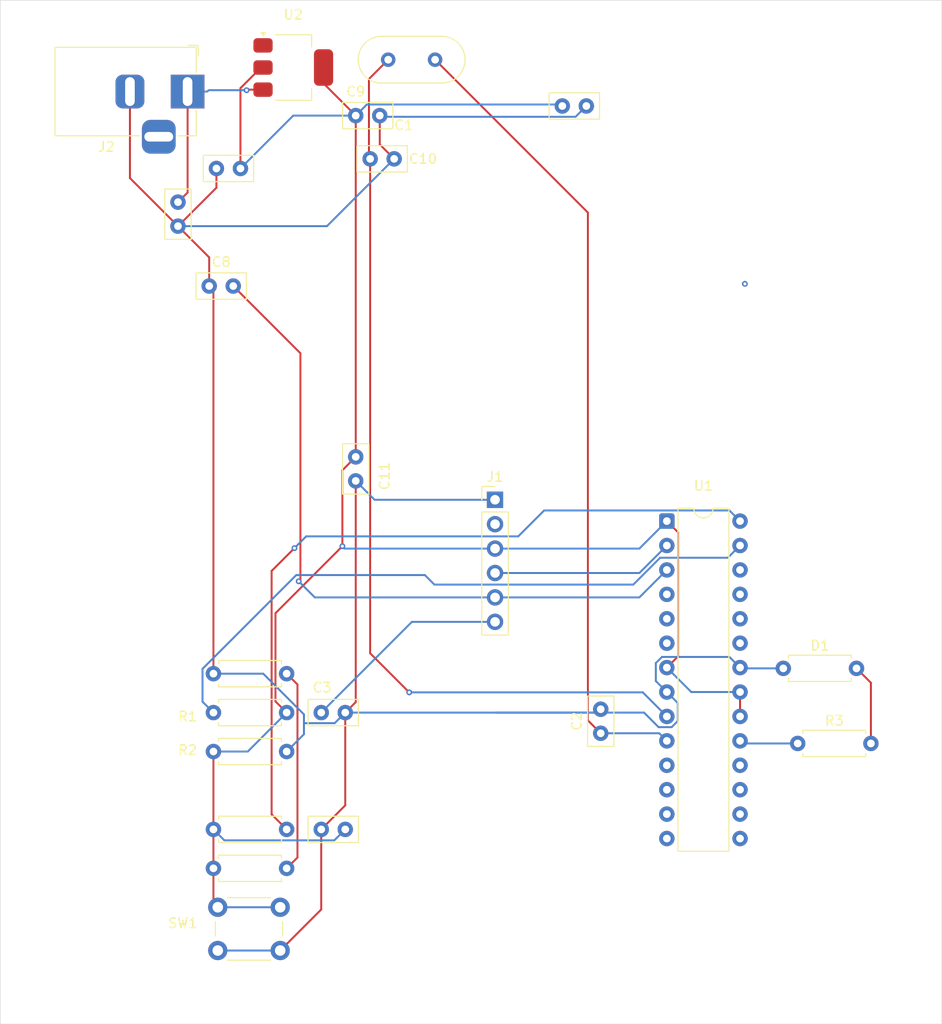
<source format=kicad_pcb>
(kicad_pcb (version 20241229) (generator "pcbnew") (generator_version "9.0")
  (layers (0 "F.Cu" signal) (2 "B.Cu" signal) (13 "F.Paste" user) (15 "B.Paste" user) (5 "F.SilkS" user "F.Silkscreen") (7 "B.SilkS" user "B.Silkscreen") (1 "F.Mask" user) (3 "B.Mask" user) (25 "Edge.Cuts" user))
  (net 0 "")
  (net 1 "GND")
  (net 2 "Net-(U1-XTAL1{slash}PB6)")
  (net 3 "Net-(U1-XTAL2{slash}PB7)")
  (net 4 "Net-(J1-Pin_6)")
  (net 5 "Net-(U2-VI)")
  (net 6 "/+5v")
  (net 7 "Net-(J1-Pin_5)")
  (net 8 "Net-(D1-A)")
  (net 9 "Net-(D2-A)")
  (net 10 "Net-(J1-Pin_4)")
  (net 13 "Net-(U1-PC4)")
  (net 14 "Net-(U1-PB5)")
  (net 15 "Net-(U1-PC5)")
  (footprint "Connector_BarrelJack:BarrelJack_Horizontal" (layer "F.Cu") (at 40 26.5)
    (property "Reference" "J2" (at -8.45 5.75 0) (layer "F.SilkS"))
    (property "Value" "Barrel_Jack_Switch_Pin3Ring")
    (fp_line (start -13.8 -4.6) (end 0.9 -4.6) (stroke (width 0.12)) (layer "F.SilkS"))
    (fp_line (start -13.8 4.6) (end -13.8 -4.6) (stroke (width 0.12)) (layer "F.SilkS"))
    (fp_line (start -5 4.6) (end -13.8 4.6) (stroke (width 0.12)) (layer "F.SilkS"))
    (fp_line (start 0.05 -4.8) (end 1.1 -4.8) (stroke (width 0.12)) (layer "F.SilkS"))
    (fp_line (start 0.9 -4.6) (end 0.9 -2) (stroke (width 0.12)) (layer "F.SilkS"))
    (fp_line (start 0.9 1.9) (end 0.9 4.6) (stroke (width 0.12)) (layer "F.SilkS"))
    (fp_line (start 0.9 4.6) (end -1 4.6) (stroke (width 0.12)) (layer "F.SilkS"))
    (fp_line (start 1.1 -3.75) (end 1.1 -4.8) (stroke (width 0.12)) (layer "F.SilkS"))
    (pad "1" thru_hole rect (at 0 0) (size 3.5 3.5) (drill oval 1 3) (layers "*.Cu" "*.Mask") (net 5 "Net-(U2-VI)"))
    (pad "2" thru_hole roundrect (at -6 0) (size 3 3.5) (drill oval 1 3) (layers "*.Cu" "*.Mask") (net 1 "GND"))
    (pad "3" thru_hole roundrect (at -3 4.7) (size 3.5 3.5) (drill oval 3 1) (layers "*.Cu" "*.Mask"))
  )
  (footprint "Capacitor_THT:C_Disc_D5.0mm_W2.5mm_P2.50mm" (layer "F.Cu") (at 53.91 91.1)
    (property "Reference" "C3" (at 0.09 -2.6 0) (layer "F.SilkS"))
    (property "Value" "100nF")
    (fp_line (start -1.37 -1.37) (end -1.37 1.37) (stroke (width 0.12)) (layer "F.SilkS"))
    (fp_line (start -1.37 -1.37) (end 3.87 -1.37) (stroke (width 0.12)) (layer "F.SilkS"))
    (fp_line (start -1.37 1.37) (end 3.87 1.37) (stroke (width 0.12)) (layer "F.SilkS"))
    (fp_line (start 3.87 -1.37) (end 3.87 1.37) (stroke (width 0.12)) (layer "F.SilkS"))
    (pad "1" thru_hole circle (at 0 0) (size 1.6 1.6) (drill 0.8) (layers "*.Cu" "*.Mask") (net 4 "Net-(J1-Pin_6)"))
    (pad "2" thru_hole circle (at 2.5 0) (size 1.6 1.6) (drill 0.8) (layers "*.Cu" "*.Mask") (net 1 "GND"))
  )
  (footprint "Capacitor_THT:C_Disc_D5.0mm_W2.5mm_P2.50mm" (layer "F.Cu") (at 42.25 46.73)
    (property "Reference" "C8" (at 1.25 -2.5 0) (layer "F.SilkS"))
    (property "Value" "22pF")
    (fp_line (start -1.37 -1.37) (end -1.37 1.37) (stroke (width 0.12)) (layer "F.SilkS"))
    (fp_line (start -1.37 -1.37) (end 3.87 -1.37) (stroke (width 0.12)) (layer "F.SilkS"))
    (fp_line (start -1.37 1.37) (end 3.87 1.37) (stroke (width 0.12)) (layer "F.SilkS"))
    (fp_line (start 3.87 -1.37) (end 3.87 1.37) (stroke (width 0.12)) (layer "F.SilkS"))
    (pad "1" thru_hole circle (at 0 0) (size 1.6 1.6) (drill 0.8) (layers "*.Cu" "*.Mask") (net 1 "GND"))
    (pad "2" thru_hole circle (at 2.5 0) (size 1.6 1.6) (drill 0.8) (layers "*.Cu" "*.Mask") (net 7 "Net-(J1-Pin_5)"))
  )
  (footprint "Capacitor_THT:C_Disc_D5.0mm_W2.5mm_P2.50mm" (layer "F.Cu") (at 39 40.5 90)
    (property "Reference" "C5" (hide yes))
    (property "Value" "10uF" (hide yes))
    (fp_line (start 3.87 -1.37) (end 3.87 1.37) (stroke (width 0.12)) (layer "F.SilkS"))
    (fp_line (start -1.37 -1.37) (end 3.87 -1.37) (stroke (width 0.12)) (layer "F.SilkS"))
    (fp_line (start -1.37 -1.37) (end -1.37 1.37) (stroke (width 0.12)) (layer "F.SilkS"))
    (fp_line (start -1.37 1.37) (end 3.87 1.37) (stroke (width 0.12)) (layer "F.SilkS"))
    (pad "1" thru_hole circle (at 0 0 90) (size 1.6 1.6) (drill 0.8) (layers "*.Cu" "*.Mask") (net 1 "GND"))
    (pad "2" thru_hole circle (at 2.5 0 90) (size 1.6 1.6) (drill 0.8) (layers "*.Cu" "*.Mask") (net 5 "Net-(U2-VI)"))
  )
  (footprint "Capacitor_THT:C_Disc_D5.0mm_W2.5mm_P2.50mm" (layer "F.Cu") (at 83 93.25 90)
    (property "Reference" "C2" (at 1.25 -2.5 90) (layer "F.SilkS"))
    (property "Value" "22pF")
    (fp_line (start 3.87 -1.37) (end 3.87 1.37) (stroke (width 0.12)) (layer "F.SilkS"))
    (fp_line (start -1.37 -1.37) (end 3.87 -1.37) (stroke (width 0.12)) (layer "F.SilkS"))
    (fp_line (start -1.37 -1.37) (end -1.37 1.37) (stroke (width 0.12)) (layer "F.SilkS"))
    (fp_line (start -1.37 1.37) (end 3.87 1.37) (stroke (width 0.12)) (layer "F.SilkS"))
    (pad "1" thru_hole circle (at 0 0 90) (size 1.6 1.6) (drill 0.8) (layers "*.Cu" "*.Mask") (net 3 "Net-(U1-XTAL2{slash}PB7)"))
    (pad "2" thru_hole circle (at 2.5 0 90) (size 1.6 1.6) (drill 0.8) (layers "*.Cu" "*.Mask") (net 1 "GND"))
  )
  (footprint "Crystal:Crystal_HC49-U_Vertical" (layer "F.Cu") (at 60.88 23.185)
    (property "Reference" "Y1" (hide yes))
    (property "Value" "16MHz")
    (fp_line (start -0.685 -2.435) (end 5.565 -2.435) (stroke (width 0.12)) (layer "F.SilkS"))
    (fp_line (start -0.685 2.435) (end 5.565 2.435) (stroke (width 0.12)) (layer "F.SilkS"))
    (fp_arc (start -0.685 2.435) (mid -3.12 0) (end -0.685 -2.435) (stroke (width 0.12)) (layer "F.SilkS"))
    (fp_arc (start 5.565 -2.435) (mid 8 0) (end 5.565 2.435) (stroke (width 0.12)) (layer "F.SilkS"))
    (pad "1" thru_hole circle (at 0 0) (size 1.5 1.5) (drill 0.8) (layers "*.Cu" "*.Mask") (net 2 "Net-(U1-XTAL1{slash}PB6)"))
    (pad "2" thru_hole circle (at 4.88 0) (size 1.5 1.5) (drill 0.8) (layers "*.Cu" "*.Mask") (net 3 "Net-(U1-XTAL2{slash}PB7)"))
  )
  (footprint "Package_TO_SOT_SMD:SOT-223-3_TabPin2" (layer "F.Cu") (at 51 24)
    (property "Reference" "U2" (at 0 -5.5 0) (layer "F.SilkS"))
    (property "Value" "AMS1117")
    (fp_line (start -1.85 -3.41) (end 1.91 -3.41) (stroke (width 0.12)) (layer "F.SilkS"))
    (fp_line (start -1.85 3.41) (end 1.91 3.41) (stroke (width 0.12)) (layer "F.SilkS"))
    (fp_line (start 1.91 -3.41) (end 1.91 -2.15) (stroke (width 0.12)) (layer "F.SilkS"))
    (fp_line (start 1.91 3.41) (end 1.91 2.15) (stroke (width 0.12)) (layer "F.SilkS"))
    (fp_poly (pts (xy -3.13 -3.31) (xy -3.37 -3.64) (xy -2.89 -3.64) (xy -3.13 -3.31)) (stroke (width 0.12)) (fill yes) (layer "F.SilkS"))
    (pad "1" smd roundrect (at -3.15 -2.3) (size 2 1.5) (layers "F.Cu" "F.Mask" "F.Paste"))
    (pad "2" smd roundrect (at -3.15 0) (size 2 1.5) (layers "F.Cu" "F.Mask" "F.Paste") (net 6 "/+5v"))
    (pad "2" smd roundrect (at 3.15 0) (size 2 3.8) (layers "F.Cu" "F.Mask" "F.Paste") (net 6 "/+5v"))
    (pad "3" smd roundrect (at -3.15 2.3) (size 2 1.5) (layers "F.Cu" "F.Mask" "F.Paste") (net 5 "Net-(U2-VI)"))
  )
  (footprint "Resistor_THT:R_Axial_DIN0207_L6.3mm_D2.5mm_P7.62mm_Horizontal" (layer "F.Cu") (at 42.69 103.25)
    (property "Reference" "R4" (hide yes))
    (property "Value" "4.7k")
    (fp_line (start 0.54 -1.37) (end 7.08 -1.37) (stroke (width 0.12)) (layer "F.SilkS"))
    (fp_line (start 0.54 -1.04) (end 0.54 -1.37) (stroke (width 0.12)) (layer "F.SilkS"))
    (fp_line (start 0.54 1.04) (end 0.54 1.37) (stroke (width 0.12)) (layer "F.SilkS"))
    (fp_line (start 0.54 1.37) (end 7.08 1.37) (stroke (width 0.12)) (layer "F.SilkS"))
    (fp_line (start 7.08 -1.37) (end 7.08 -1.04) (stroke (width 0.12)) (layer "F.SilkS"))
    (fp_line (start 7.08 1.37) (end 7.08 1.04) (stroke (width 0.12)) (layer "F.SilkS"))
    (pad "1" thru_hole circle (at 0 0) (size 1.6 1.6) (drill 0.8) (layers "*.Cu" "*.Mask") (net 6 "/+5v"))
    (pad "2" thru_hole circle (at 7.62 0) (size 1.6 1.6) (drill 0.8) (layers "*.Cu" "*.Mask") (net 15 "Net-(U1-PC5)"))
  )
  (footprint "Capacitor_THT:C_Disc_D5.0mm_W2.5mm_P2.50mm" (layer "F.Cu") (at 79 28)
    (property "Reference" "C10" (at -14.5 5.5 0) (layer "F.SilkS"))
    (property "Value" "100nF")
    (fp_line (start -1.37 -1.37) (end -1.37 1.37) (stroke (width 0.12)) (layer "F.SilkS"))
    (fp_line (start -1.37 -1.37) (end 3.87 -1.37) (stroke (width 0.12)) (layer "F.SilkS"))
    (fp_line (start -1.37 1.37) (end 3.87 1.37) (stroke (width 0.12)) (layer "F.SilkS"))
    (fp_line (start 3.87 -1.37) (end 3.87 1.37) (stroke (width 0.12)) (layer "F.SilkS"))
    (pad "1" thru_hole circle (at 0 0) (size 1.6 1.6) (drill 0.8) (layers "*.Cu" "*.Mask") (net 6 "/+5v"))
    (pad "2" thru_hole circle (at 2.5 0) (size 1.6 1.6) (drill 0.8) (layers "*.Cu" "*.Mask") (net 1 "GND"))
  )
  (footprint "Capacitor_THT:C_Disc_D5.0mm_W2.5mm_P2.50mm" (layer "F.Cu") (at 57.5 64.5 -90)
    (property "Reference" "C11" (at 2 -3 90) (layer "F.SilkS"))
    (property "Value" "100nF")
    (fp_line (start -1.37 1.37) (end 3.87 1.37) (stroke (width 0.12)) (layer "F.SilkS"))
    (fp_line (start -1.37 -1.37) (end -1.37 1.37) (stroke (width 0.12)) (layer "F.SilkS"))
    (fp_line (start -1.37 -1.37) (end 3.87 -1.37) (stroke (width 0.12)) (layer "F.SilkS"))
    (fp_line (start 3.87 -1.37) (end 3.87 1.37) (stroke (width 0.12)) (layer "F.SilkS"))
    (pad "1" thru_hole circle (at 0 0 270) (size 1.6 1.6) (drill 0.8) (layers "*.Cu" "*.Mask") (net 6 "/+5v"))
    (pad "2" thru_hole circle (at 2.5 0 270) (size 1.6 1.6) (drill 0.8) (layers "*.Cu" "*.Mask") (net 1 "GND"))
  )
  (footprint "Resistor_THT:R_Axial_DIN0207_L6.3mm_D2.5mm_P7.62mm_Horizontal" (layer "F.Cu") (at 42.69 87.05)
    (property "Reference" "D2" (hide yes))
    (property "Value" "LED")
    (fp_line (start 0.54 -1.37) (end 7.08 -1.37) (stroke (width 0.12)) (layer "F.SilkS"))
    (fp_line (start 0.54 -1.04) (end 0.54 -1.37) (stroke (width 0.12)) (layer "F.SilkS"))
    (fp_line (start 0.54 1.04) (end 0.54 1.37) (stroke (width 0.12)) (layer "F.SilkS"))
    (fp_line (start 0.54 1.37) (end 7.08 1.37) (stroke (width 0.12)) (layer "F.SilkS"))
    (fp_line (start 7.08 -1.37) (end 7.08 -1.04) (stroke (width 0.12)) (layer "F.SilkS"))
    (fp_line (start 7.08 1.37) (end 7.08 1.04) (stroke (width 0.12)) (layer "F.SilkS"))
    (pad "1" thru_hole circle (at 0 0) (size 1.6 1.6) (drill 0.8) (layers "*.Cu" "*.Mask") (net 1 "GND"))
    (pad "2" thru_hole circle (at 7.62 0) (size 1.6 1.6) (drill 0.8) (layers "*.Cu" "*.Mask") (net 9 "Net-(D2-A)"))
  )
  (footprint "Connector_PinHeader_2.54mm:PinHeader_1x06_P2.54mm_Vertical" (layer "F.Cu") (at 72 68.96)
    (property "Reference" "J1" (at 0 -2.38 0) (layer "F.SilkS"))
    (property "Value" "Conn_01x06")
    (fp_line (start -1.38 -1.38) (end 0 -1.38) (stroke (width 0.12)) (layer "F.SilkS"))
    (fp_line (start -1.38 0) (end -1.38 -1.38) (stroke (width 0.12)) (layer "F.SilkS"))
    (fp_line (start -1.38 1.27) (end -1.38 14.08) (stroke (width 0.12)) (layer "F.SilkS"))
    (fp_line (start -1.38 1.27) (end 1.38 1.27) (stroke (width 0.12)) (layer "F.SilkS"))
    (fp_line (start -1.38 14.08) (end 1.38 14.08) (stroke (width 0.12)) (layer "F.SilkS"))
    (fp_line (start 1.38 1.27) (end 1.38 14.08) (stroke (width 0.12)) (layer "F.SilkS"))
    (pad "1" thru_hole rect (at 0 0) (size 1.7 1.7) (drill 1) (layers "*.Cu" "*.Mask") (net 1 "GND"))
    (pad "2" thru_hole circle (at 0 2.54) (size 1.7 1.7) (drill 1) (layers "*.Cu" "*.Mask"))
    (pad "3" thru_hole circle (at 0 5.08) (size 1.7 1.7) (drill 1) (layers "*.Cu" "*.Mask") (net 6 "/+5v"))
    (pad "4" thru_hole circle (at 0 7.62) (size 1.7 1.7) (drill 1) (layers "*.Cu" "*.Mask") (net 10 "Net-(J1-Pin_4)"))
    (pad "5" thru_hole circle (at 0 10.16) (size 1.7 1.7) (drill 1) (layers "*.Cu" "*.Mask") (net 7 "Net-(J1-Pin_5)"))
    (pad "6" thru_hole circle (at 0 12.7) (size 1.7 1.7) (drill 1) (layers "*.Cu" "*.Mask") (net 4 "Net-(J1-Pin_6)"))
  )
  (footprint "Button_Switch_THT:SW_PUSH_6mm_H5mm" (layer "F.Cu") (at 43.14 111.35)
    (property "Reference" "SW1" (at -3.64 1.65 0) (layer "F.SilkS"))
    (property "Value" "SW_Push")
    (fp_line (start -0.25 1.5) (end -0.25 3) (stroke (width 0.12)) (layer "F.SilkS"))
    (fp_line (start 1 5.5) (end 5.5 5.5) (stroke (width 0.12)) (layer "F.SilkS"))
    (fp_line (start 5.5 -1) (end 1 -1) (stroke (width 0.12)) (layer "F.SilkS"))
    (fp_line (start 6.75 3) (end 6.75 1.5) (stroke (width 0.12)) (layer "F.SilkS"))
    (pad "1" thru_hole circle (at 0 0 90) (size 2 2) (drill 1.1) (layers "*.Cu" "*.Mask") (net 6 "/+5v"))
    (pad "1" thru_hole circle (at 6.5 0 90) (size 2 2) (drill 1.1) (layers "*.Cu" "*.Mask") (net 6 "/+5v"))
    (pad "2" thru_hole circle (at 0 4.5 90) (size 2 2) (drill 1.1) (layers "*.Cu" "*.Mask") (net 1 "GND"))
    (pad "2" thru_hole circle (at 6.5 4.5 90) (size 2 2) (drill 1.1) (layers "*.Cu" "*.Mask") (net 1 "GND"))
  )
  (footprint "Resistor_THT:R_Axial_DIN0207_L6.3mm_D2.5mm_P7.62mm_Horizontal" (layer "F.Cu") (at 102 86.5)
    (property "Reference" "D1" (at 3.81 -2.37 0) (layer "F.SilkS"))
    (property "Value" "LED")
    (fp_line (start 0.54 -1.37) (end 7.08 -1.37) (stroke (width 0.12)) (layer "F.SilkS"))
    (fp_line (start 0.54 -1.04) (end 0.54 -1.37) (stroke (width 0.12)) (layer "F.SilkS"))
    (fp_line (start 0.54 1.04) (end 0.54 1.37) (stroke (width 0.12)) (layer "F.SilkS"))
    (fp_line (start 0.54 1.37) (end 7.08 1.37) (stroke (width 0.12)) (layer "F.SilkS"))
    (fp_line (start 7.08 -1.37) (end 7.08 -1.04) (stroke (width 0.12)) (layer "F.SilkS"))
    (fp_line (start 7.08 1.37) (end 7.08 1.04) (stroke (width 0.12)) (layer "F.SilkS"))
    (pad "1" thru_hole circle (at 0 0) (size 1.6 1.6) (drill 0.8) (layers "*.Cu" "*.Mask") (net 1 "GND"))
    (pad "2" thru_hole circle (at 7.62 0) (size 1.6 1.6) (drill 0.8) (layers "*.Cu" "*.Mask") (net 8 "Net-(D1-A)"))
  )
  (footprint "Capacitor_THT:C_Disc_D5.0mm_W2.5mm_P2.50mm" (layer "F.Cu") (at 57.5 29)
    (property "Reference" "C9" (at 0 -2.5 0) (layer "F.SilkS"))
    (property "Value" "100nF")
    (fp_line (start -1.37 -1.37) (end -1.37 1.37) (stroke (width 0.12)) (layer "F.SilkS"))
    (fp_line (start -1.37 -1.37) (end 3.87 -1.37) (stroke (width 0.12)) (layer "F.SilkS"))
    (fp_line (start -1.37 1.37) (end 3.87 1.37) (stroke (width 0.12)) (layer "F.SilkS"))
    (fp_line (start 3.87 -1.37) (end 3.87 1.37) (stroke (width 0.12)) (layer "F.SilkS"))
    (pad "1" thru_hole circle (at 0 0) (size 1.6 1.6) (drill 0.8) (layers "*.Cu" "*.Mask") (net 6 "/+5v"))
    (pad "2" thru_hole circle (at 2.5 0) (size 1.6 1.6) (drill 0.8) (layers "*.Cu" "*.Mask") (net 1 "GND"))
  )
  (footprint "Capacitor_THT:C_Disc_D5.0mm_W2.5mm_P2.50mm" (layer "F.Cu") (at 59 33.5)
    (property "Reference" "C1" (at 3.5 -3.5 0) (layer "F.SilkS"))
    (property "Value" "22pF")
    (fp_line (start -1.37 -1.37) (end -1.37 1.37) (stroke (width 0.12)) (layer "F.SilkS"))
    (fp_line (start -1.37 -1.37) (end 3.87 -1.37) (stroke (width 0.12)) (layer "F.SilkS"))
    (fp_line (start -1.37 1.37) (end 3.87 1.37) (stroke (width 0.12)) (layer "F.SilkS"))
    (fp_line (start 3.87 -1.37) (end 3.87 1.37) (stroke (width 0.12)) (layer "F.SilkS"))
    (pad "1" thru_hole circle (at 0 0) (size 1.6 1.6) (drill 0.8) (layers "*.Cu" "*.Mask") (net 2 "Net-(U1-XTAL1{slash}PB6)"))
    (pad "2" thru_hole circle (at 2.5 0) (size 1.6 1.6) (drill 0.8) (layers "*.Cu" "*.Mask") (net 1 "GND"))
  )
  (footprint "Capacitor_THT:C_Disc_D5.0mm_W2.5mm_P2.50mm" (layer "F.Cu") (at 53.91 103.25)
    (property "Reference" "C7" (hide yes))
    (property "Value" "22pF")
    (fp_line (start -1.37 -1.37) (end -1.37 1.37) (stroke (width 0.12)) (layer "F.SilkS"))
    (fp_line (start -1.37 -1.37) (end 3.87 -1.37) (stroke (width 0.12)) (layer "F.SilkS"))
    (fp_line (start -1.37 1.37) (end 3.87 1.37) (stroke (width 0.12)) (layer "F.SilkS"))
    (fp_line (start 3.87 -1.37) (end 3.87 1.37) (stroke (width 0.12)) (layer "F.SilkS"))
    (pad "1" thru_hole circle (at 0 0) (size 1.6 1.6) (drill 0.8) (layers "*.Cu" "*.Mask") (net 1 "GND"))
    (pad "2" thru_hole circle (at 2.5 0) (size 1.6 1.6) (drill 0.8) (layers "*.Cu" "*.Mask") (net 6 "/+5v"))
  )
  (footprint "Resistor_THT:R_Axial_DIN0207_L6.3mm_D2.5mm_P7.62mm_Horizontal" (layer "F.Cu") (at 42.69 91.1)
    (property "Reference" "R1" (at -2.69 0.4 0) (layer "F.SilkS"))
    (property "Value" "4.7k")
    (fp_line (start 0.54 -1.37) (end 7.08 -1.37) (stroke (width 0.12)) (layer "F.SilkS"))
    (fp_line (start 0.54 -1.04) (end 0.54 -1.37) (stroke (width 0.12)) (layer "F.SilkS"))
    (fp_line (start 0.54 1.04) (end 0.54 1.37) (stroke (width 0.12)) (layer "F.SilkS"))
    (fp_line (start 0.54 1.37) (end 7.08 1.37) (stroke (width 0.12)) (layer "F.SilkS"))
    (fp_line (start 7.08 -1.37) (end 7.08 -1.04) (stroke (width 0.12)) (layer "F.SilkS"))
    (fp_line (start 7.08 1.37) (end 7.08 1.04) (stroke (width 0.12)) (layer "F.SilkS"))
    (pad "1" thru_hole circle (at 0 0) (size 1.6 1.6) (drill 0.8) (layers "*.Cu" "*.Mask") (net 13 "Net-(U1-PC4)"))
    (pad "2" thru_hole circle (at 7.62 0) (size 1.6 1.6) (drill 0.8) (layers "*.Cu" "*.Mask") (net 6 "/+5v"))
  )
  (footprint "Capacitor_THT:C_Disc_D5.0mm_W2.5mm_P2.50mm" (layer "F.Cu") (at 43 34.5)
    (property "Reference" "C6" (hide yes))
    (property "Value" "10uF")
    (fp_line (start -1.37 -1.37) (end -1.37 1.37) (stroke (width 0.12)) (layer "F.SilkS"))
    (fp_line (start -1.37 -1.37) (end 3.87 -1.37) (stroke (width 0.12)) (layer "F.SilkS"))
    (fp_line (start -1.37 1.37) (end 3.87 1.37) (stroke (width 0.12)) (layer "F.SilkS"))
    (fp_line (start 3.87 -1.37) (end 3.87 1.37) (stroke (width 0.12)) (layer "F.SilkS"))
    (pad "1" thru_hole circle (at 0 0) (size 1.6 1.6) (drill 0.8) (layers "*.Cu" "*.Mask") (net 1 "GND"))
    (pad "2" thru_hole circle (at 2.5 0) (size 1.6 1.6) (drill 0.8) (layers "*.Cu" "*.Mask") (net 6 "/+5v"))
  )
  (footprint "Package_DIP:DIP-28_W7.62mm" (layer "F.Cu") (at 89.88 71.18)
    (property "Reference" "U1" (at 3.81 -3.68 0) (layer "F.SilkS"))
    (property "Value" "ATmega328-P")
    (fp_line (start 1.16 -1.33) (end 1.16 34.35) (stroke (width 0.12)) (layer "F.SilkS"))
    (fp_line (start 1.16 34.35) (end 6.46 34.35) (stroke (width 0.12)) (layer "F.SilkS"))
    (fp_line (start 2.81 -1.33) (end 1.16 -1.33) (stroke (width 0.12)) (layer "F.SilkS"))
    (fp_line (start 6.46 -1.33) (end 4.81 -1.33) (stroke (width 0.12)) (layer "F.SilkS"))
    (fp_line (start 6.46 34.35) (end 6.46 -1.33) (stroke (width 0.12)) (layer "F.SilkS"))
    (fp_arc (start 4.81 -1.33) (mid 3.81 -0.33) (end 2.81 -1.33) (stroke (width 0.12)) (layer "F.SilkS"))
    (pad "1" thru_hole roundrect (at 0 0) (size 1.6 1.6) (drill 0.8) (layers "*.Cu" "*.Mask") (roundrect_rratio 0.15625) (net 6 "/+5v"))
    (pad "2" thru_hole circle (at 0 2.54) (size 1.6 1.6) (drill 0.8) (layers "*.Cu" "*.Mask") (net 10 "Net-(J1-Pin_4)"))
    (pad "3" thru_hole circle (at 0 5.08) (size 1.6 1.6) (drill 0.8) (layers "*.Cu" "*.Mask") (net 7 "Net-(J1-Pin_5)"))
    (pad "4" thru_hole circle (at 0 7.62) (size 1.6 1.6) (drill 0.8) (layers "*.Cu" "*.Mask"))
    (pad "5" thru_hole circle (at 0 10.16) (size 1.6 1.6) (drill 0.8) (layers "*.Cu" "*.Mask"))
    (pad "6" thru_hole circle (at 0 12.7) (size 1.6 1.6) (drill 0.8) (layers "*.Cu" "*.Mask"))
    (pad "7" thru_hole circle (at 0 15.24) (size 1.6 1.6) (drill 0.8) (layers "*.Cu" "*.Mask") (net 6 "/+5v"))
    (pad "8" thru_hole circle (at 0 17.78) (size 1.6 1.6) (drill 0.8) (layers "*.Cu" "*.Mask") (net 1 "GND"))
    (pad "9" thru_hole circle (at 0 20.32) (size 1.6 1.6) (drill 0.8) (layers "*.Cu" "*.Mask") (net 2 "Net-(U1-XTAL1{slash}PB6)"))
    (pad "10" thru_hole circle (at 0 22.86) (size 1.6 1.6) (drill 0.8) (layers "*.Cu" "*.Mask") (net 3 "Net-(U1-XTAL2{slash}PB7)"))
    (pad "11" thru_hole circle (at 0 25.4) (size 1.6 1.6) (drill 0.8) (layers "*.Cu" "*.Mask"))
    (pad "12" thru_hole circle (at 0 27.94) (size 1.6 1.6) (drill 0.8) (layers "*.Cu" "*.Mask"))
    (pad "13" thru_hole circle (at 0 30.48) (size 1.6 1.6) (drill 0.8) (layers "*.Cu" "*.Mask"))
    (pad "14" thru_hole circle (at 0 33.02) (size 1.6 1.6) (drill 0.8) (layers "*.Cu" "*.Mask"))
    (pad "15" thru_hole circle (at 7.62 33.02) (size 1.6 1.6) (drill 0.8) (layers "*.Cu" "*.Mask"))
    (pad "16" thru_hole circle (at 7.62 30.48) (size 1.6 1.6) (drill 0.8) (layers "*.Cu" "*.Mask"))
    (pad "17" thru_hole circle (at 7.62 27.94) (size 1.6 1.6) (drill 0.8) (layers "*.Cu" "*.Mask"))
    (pad "18" thru_hole circle (at 7.62 25.4) (size 1.6 1.6) (drill 0.8) (layers "*.Cu" "*.Mask"))
    (pad "19" thru_hole circle (at 7.62 22.86) (size 1.6 1.6) (drill 0.8) (layers "*.Cu" "*.Mask") (net 14 "Net-(U1-PB5)"))
    (pad "20" thru_hole circle (at 7.62 20.32) (size 1.6 1.6) (drill 0.8) (layers "*.Cu" "*.Mask") (net 6 "/+5v"))
    (pad "21" thru_hole circle (at 7.62 17.78) (size 1.6 1.6) (drill 0.8) (layers "*.Cu" "*.Mask") (net 6 "/+5v"))
    (pad "22" thru_hole circle (at 7.62 15.24) (size 1.6 1.6) (drill 0.8) (layers "*.Cu" "*.Mask") (net 1 "GND"))
    (pad "23" thru_hole circle (at 7.62 12.7) (size 1.6 1.6) (drill 0.8) (layers "*.Cu" "*.Mask"))
    (pad "24" thru_hole circle (at 7.62 10.16) (size 1.6 1.6) (drill 0.8) (layers "*.Cu" "*.Mask"))
    (pad "25" thru_hole circle (at 7.62 7.62) (size 1.6 1.6) (drill 0.8) (layers "*.Cu" "*.Mask"))
    (pad "26" thru_hole circle (at 7.62 5.08) (size 1.6 1.6) (drill 0.8) (layers "*.Cu" "*.Mask"))
    (pad "27" thru_hole circle (at 7.62 2.54) (size 1.6 1.6) (drill 0.8) (layers "*.Cu" "*.Mask") (net 13 "Net-(U1-PC4)"))
    (pad "28" thru_hole circle (at 7.62 0) (size 1.6 1.6) (drill 0.8) (layers "*.Cu" "*.Mask") (net 15 "Net-(U1-PC5)"))
  )
  (footprint "Resistor_THT:R_Axial_DIN0207_L6.3mm_D2.5mm_P7.62mm_Horizontal" (layer "F.Cu") (at 42.69 107.3)
    (property "Reference" "R5" (hide yes))
    (property "Value" "330")
    (fp_line (start 0.54 -1.37) (end 7.08 -1.37) (stroke (width 0.12)) (layer "F.SilkS"))
    (fp_line (start 0.54 -1.04) (end 0.54 -1.37) (stroke (width 0.12)) (layer "F.SilkS"))
    (fp_line (start 0.54 1.04) (end 0.54 1.37) (stroke (width 0.12)) (layer "F.SilkS"))
    (fp_line (start 0.54 1.37) (end 7.08 1.37) (stroke (width 0.12)) (layer "F.SilkS"))
    (fp_line (start 7.08 -1.37) (end 7.08 -1.04) (stroke (width 0.12)) (layer "F.SilkS"))
    (fp_line (start 7.08 1.37) (end 7.08 1.04) (stroke (width 0.12)) (layer "F.SilkS"))
    (pad "1" thru_hole circle (at 0 0) (size 1.6 1.6) (drill 0.8) (layers "*.Cu" "*.Mask") (net 6 "/+5v"))
    (pad "2" thru_hole circle (at 7.62 0) (size 1.6 1.6) (drill 0.8) (layers "*.Cu" "*.Mask") (net 9 "Net-(D2-A)"))
  )
  (footprint "Resistor_THT:R_Axial_DIN0207_L6.3mm_D2.5mm_P7.62mm_Horizontal" (layer "F.Cu") (at 103.5 94.31)
    (property "Reference" "R3" (at 3.81 -2.37 0) (layer "F.SilkS"))
    (property "Value" "330")
    (fp_line (start 0.54 -1.37) (end 7.08 -1.37) (stroke (width 0.12)) (layer "F.SilkS"))
    (fp_line (start 0.54 -1.04) (end 0.54 -1.37) (stroke (width 0.12)) (layer "F.SilkS"))
    (fp_line (start 0.54 1.04) (end 0.54 1.37) (stroke (width 0.12)) (layer "F.SilkS"))
    (fp_line (start 0.54 1.37) (end 7.08 1.37) (stroke (width 0.12)) (layer "F.SilkS"))
    (fp_line (start 7.08 -1.37) (end 7.08 -1.04) (stroke (width 0.12)) (layer "F.SilkS"))
    (fp_line (start 7.08 1.37) (end 7.08 1.04) (stroke (width 0.12)) (layer "F.SilkS"))
    (pad "1" thru_hole circle (at 0 0) (size 1.6 1.6) (drill 0.8) (layers "*.Cu" "*.Mask") (net 14 "Net-(U1-PB5)"))
    (pad "2" thru_hole circle (at 7.62 0) (size 1.6 1.6) (drill 0.8) (layers "*.Cu" "*.Mask") (net 8 "Net-(D1-A)"))
  )
  (footprint "Resistor_THT:R_Axial_DIN0207_L6.3mm_D2.5mm_P7.62mm_Horizontal" (layer "F.Cu") (at 42.69 95.15)
    (property "Reference" "R2" (at -2.69 -0.15 0) (layer "F.SilkS"))
    (property "Value" "10k")
    (fp_line (start 0.54 -1.37) (end 7.08 -1.37) (stroke (width 0.12)) (layer "F.SilkS"))
    (fp_line (start 0.54 -1.04) (end 0.54 -1.37) (stroke (width 0.12)) (layer "F.SilkS"))
    (fp_line (start 0.54 1.04) (end 0.54 1.37) (stroke (width 0.12)) (layer "F.SilkS"))
    (fp_line (start 0.54 1.37) (end 7.08 1.37) (stroke (width 0.12)) (layer "F.SilkS"))
    (fp_line (start 7.08 -1.37) (end 7.08 -1.04) (stroke (width 0.12)) (layer "F.SilkS"))
    (fp_line (start 7.08 1.37) (end 7.08 1.04) (stroke (width 0.12)) (layer "F.SilkS"))
    (pad "1" thru_hole circle (at 0 0) (size 1.6 1.6) (drill 0.8) (layers "*.Cu" "*.Mask") (net 6 "/+5v"))
    (pad "2" thru_hole circle (at 7.62 0) (size 1.6 1.6) (drill 0.8) (layers "*.Cu" "*.Mask") (net 1 "GND"))
  )
  (gr_line (start 118.5 17) (end 118.5 123.5) (stroke (width 0.05)) (layer "Edge.Cuts"))
  (gr_line (start 20.5 17) (end 118.5 17) (stroke (width 0.05)) (layer "Edge.Cuts"))
  (gr_line (start 20.5 123.5) (end 20.5 17) (stroke (width 0.05)) (layer "Edge.Cuts"))
  (gr_line (start 118.5 123.5) (end 20.5 123.5) (stroke (width 0.05)) (layer "Edge.Cuts"))
  (via (at 98 46.5) (size 0.6) (drill 0.3) (layers "F.Cu" "B.Cu") (net 0))
  (segment (start 56.41 100.75) (end 56.41 91.1) (width 0.2) (layer "F.Cu") (net 1))
  (segment (start 42.25 46.73) (end 42.69 47.17) (width 0.2) (layer "F.Cu") (net 1))
  (segment (start 61.5 33.5) (end 60 32) (width 0.2) (layer "F.Cu") (net 1))
  (segment (start 43 36.5) (end 43 34.5) (width 0.2) (layer "F.Cu") (net 1))
  (segment (start 60 32) (end 60 29) (width 0.2) (layer "F.Cu") (net 1))
  (segment (start 49.64 115.85) (end 53.91 111.58) (width 0.2) (layer "F.Cu") (net 1))
  (segment (start 39 40.5) (end 42.25 43.75) (width 0.2) (layer "F.Cu") (net 1))
  (segment (start 34 35.5) (end 39 40.5) (width 0.2) (layer "F.Cu") (net 1))
  (segment (start 57.5 90.01) (end 56.41 91.1) (width 0.2) (layer "F.Cu") (net 1))
  (segment (start 42.25 43.75) (end 42.25 46.73) (width 0.2) (layer "F.Cu") (net 1))
  (segment (start 53.91 103.25) (end 56.41 100.75) (width 0.2) (layer "F.Cu") (net 1))
  (segment (start 39 40.5) (end 43 36.5) (width 0.2) (layer "F.Cu") (net 1))
  (segment (start 34 26.5) (end 34 35.5) (width 0.2) (layer "F.Cu") (net 1))
  (segment (start 53.91 111.58) (end 53.91 103.25) (width 0.2) (layer "F.Cu") (net 1))
  (segment (start 57.5 67) (end 57.5 90.01) (width 0.2) (layer "F.Cu") (net 1))
  (segment (start 42.69 47.17) (end 42.69 87.05) (width 0.2) (layer "F.Cu") (net 1))
  (segment (start 87.5059 91.1) (end 89.023 92.6171) (width 0.2) (layer "B.Cu") (net 1))
  (segment (start 56.41 91.1) (end 72.0902 91.1) (width 0.2) (layer "B.Cu") (net 1))
  (segment (start 52.11 91.2886) (end 47.8714 87.05) (width 0.2) (layer "B.Cu") (net 1))
  (segment (start 91.0259 90.1059) (end 89.88 88.96) (width 0.2) (layer "B.Cu") (net 1))
  (segment (start 89.023 92.6171) (end 90.3794 92.6171) (width 0.2) (layer "B.Cu") (net 1))
  (segment (start 60.1224 29.1224) (end 60 29) (width 0.2) (layer "B.Cu") (net 1))
  (segment (start 88.7313 85.9522) (end 88.7313 87.8113) (width 0.2) (layer "B.Cu") (net 1))
  (segment (start 47.8714 87.05) (end 42.69 87.05) (width 0.2) (layer "B.Cu") (net 1))
  (segment (start 39 40.5) (end 54.5 40.5) (width 0.2) (layer "B.Cu") (net 1))
  (segment (start 55.3083 92.2017) (end 56.41 91.1) (width 0.2) (layer "B.Cu") (net 1))
  (segment (start 81.5 28) (end 80.3776 29.1224) (width 0.2) (layer "B.Cu") (net 1))
  (segment (start 97.5 86.42) (end 96.3918 85.3118) (width 0.2) (layer "B.Cu") (net 1))
  (segment (start 50.31 95.15) (end 52.11 93.35) (width 0.2) (layer "B.Cu") (net 1))
  (segment (start 72 68.96) (end 59.46 68.96) (width 0.2) (layer "B.Cu") (net 1))
  (segment (start 43.14 115.85) (end 49.64 115.85) (width 0.2) (layer "B.Cu") (net 1))
  (segment (start 52.11 93.35) (end 52.11 92.2017) (width 0.2) (layer "B.Cu") (net 1))
  (segment (start 102 86.5) (end 97.58 86.5) (width 0.2) (layer "B.Cu") (net 1))
  (segment (start 97.58 86.5) (end 97.5 86.42) (width 0.2) (layer "B.Cu") (net 1))
  (segment (start 89.3717 85.3118) (end 88.7313 85.9522) (width 0.2) (layer "B.Cu") (net 1))
  (segment (start 96.3918 85.3118) (end 89.3717 85.3118) (width 0.2) (layer "B.Cu") (net 1))
  (segment (start 72.0902 91.1) (end 87.5059 91.1) (width 0.2) (layer "B.Cu") (net 1))
  (segment (start 54.5 40.5) (end 61.5 33.5) (width 0.2) (layer "B.Cu") (net 1))
  (segment (start 52.11 92.2017) (end 52.11 91.2886) (width 0.2) (layer "B.Cu") (net 1))
  (segment (start 91.0259 91.9706) (end 91.0259 90.1059) (width 0.2) (layer "B.Cu") (net 1))
  (segment (start 88.7313 87.8113) (end 89.88 88.96) (width 0.2) (layer "B.Cu") (net 1))
  (segment (start 59.46 68.96) (end 57.5 67) (width 0.2) (layer "B.Cu") (net 1))
  (segment (start 80.3776 29.1224) (end 60.1224 29.1224) (width 0.2) (layer "B.Cu") (net 1))
  (segment (start 90.3794 92.6171) (end 91.0259 91.9706) (width 0.2) (layer "B.Cu") (net 1))
  (segment (start 72.0902 91.1) (end 82.65 91.1) (width 0.2) (layer "B.Cu") (net 1))
  (segment (start 52.11 92.2017) (end 55.3083 92.2017) (width 0.2) (layer "B.Cu") (net 1))
  (segment (start 82.65 91.1) (end 83 90.75) (width 0.2) (layer "B.Cu") (net 1))
  (segment (start 59 33.5) (end 58.875 33.375) (width 0.2) (layer "F.Cu") (net 2))
  (segment (start 63.0679 88.9968) (end 59 84.9289) (width 0.2) (layer "F.Cu") (net 2))
  (segment (start 58.875 33.375) (end 58.875 25.19) (width 0.2) (layer "F.Cu") (net 2))
  (segment (start 59 84.9289) (end 59 33.5) (width 0.2) (layer "F.Cu") (net 2))
  (segment (start 58.875 25.19) (end 60.88 23.185) (width 0.2) (layer "F.Cu") (net 2))
  (via (at 63.0679 88.9968) (size 0.6) (drill 0.3) (layers "F.Cu" "B.Cu") (net 2))
  (segment (start 63.0679 88.9968) (end 87.3768 88.9968) (width 0.2) (layer "B.Cu") (net 2))
  (segment (start 87.3768 88.9968) (end 89.88 91.5) (width 0.2) (layer "B.Cu") (net 2))
  (segment (start 65.76 23.185) (end 81.6608 39.0858) (width 0.2) (layer "F.Cu") (net 3))
  (segment (start 81.6608 39.0858) (end 81.6608 91.9108) (width 0.2) (layer "F.Cu") (net 3))
  (segment (start 81.6608 91.9108) (end 83 93.25) (width 0.2) (layer "F.Cu") (net 3))
  (segment (start 89.09 93.25) (end 89.88 94.04) (width 0.2) (layer "B.Cu") (net 3))
  (segment (start 83 93.25) (end 89.09 93.25) (width 0.2) (layer "B.Cu") (net 3))
  (segment (start 72 81.66) (end 63.35 81.66) (width 0.2) (layer "B.Cu") (net 4))
  (segment (start 63.35 81.66) (end 53.91 91.1) (width 0.2) (layer "B.Cu") (net 4))
  (segment (start 39 38) (end 40 37) (width 0.2) (layer "F.Cu") (net 5))
  (segment (start 40 37) (end 40 26.5) (width 0.2) (layer "F.Cu") (net 5))
  (segment (start 46.1997 26.3) (end 46.1394 26.3603) (width 0.2) (layer "F.Cu") (net 5))
  (segment (start 47.85 26.3) (end 46.1997 26.3) (width 0.2) (layer "F.Cu") (net 5))
  (via (at 46.1394 26.3603) (size 0.6) (drill 0.3) (layers "F.Cu" "B.Cu") (net 5))
  (segment (start 42.0517 26.5) (end 42.1914 26.3603) (width 0.2) (layer "B.Cu") (net 5))
  (segment (start 42.1914 26.3603) (end 46.1394 26.3603) (width 0.2) (layer "B.Cu") (net 5))
  (segment (start 40 26.5) (end 42.0517 26.5) (width 0.2) (layer "B.Cu") (net 5))
  (segment (start 47.6489 24) (end 45.5 26.1489) (width 0.2) (layer "F.Cu") (net 6))
  (segment (start 54.15 25.65) (end 57.5 29) (width 0.2) (layer "F.Cu") (net 6))
  (segment (start 57.5 64.5) (end 57.5 29) (width 0.2) (layer "F.Cu") (net 6))
  (segment (start 50.31 91.1) (end 49.1458 89.9358) (width 0.2) (layer "F.Cu") (net 6))
  (segment (start 56.1115 73.7956) (end 56.1115 65.8885) (width 0.2) (layer "F.Cu") (net 6))
  (segment (start 49.1458 89.9358) (end 49.1458 80.7613) (width 0.2) (layer "F.Cu") (net 6))
  (segment (start 56.1115 65.8885) (end 57.5 64.5) (width 0.2) (layer "F.Cu") (net 6))
  (segment (start 97.5 88.96) (end 97.5 91.5) (width 0.2) (layer "F.Cu") (net 6))
  (segment (start 49.1458 80.7613) (end 56.1115 73.7956) (width 0.2) (layer "F.Cu") (net 6))
  (segment (start 45.5 26.1489) (end 45.5 34.5) (width 0.2) (layer "F.Cu") (net 6))
  (segment (start 91.0498 85.2502) (end 89.88 86.42) (width 0.2) (layer "F.Cu") (net 6))
  (segment (start 42.69 110.9) (end 43.14 111.35) (width 0.2) (layer "F.Cu") (net 6))
  (segment (start 47.85 24) (end 47.6489 24) (width 0.2) (layer "F.Cu") (net 6))
  (segment (start 42.69 107.3) (end 42.69 110.9) (width 0.2) (layer "F.Cu") (net 6))
  (segment (start 54.15 24) (end 54.15 25.65) (width 0.2) (layer "F.Cu") (net 6))
  (segment (start 91.0498 72.3498) (end 91.0498 85.2502) (width 0.2) (layer "F.Cu") (net 6))
  (segment (start 42.69 103.25) (end 42.69 107.3) (width 0.2) (layer "F.Cu") (net 6))
  (segment (start 42.69 95.15) (end 42.69 103.25) (width 0.2) (layer "F.Cu") (net 6))
  (segment (start 89.88 71.18) (end 91.0498 72.3498) (width 0.2) (layer "F.Cu") (net 6))
  (via (at 56.1115 73.7956) (size 0.6) (drill 0.3) (layers "F.Cu" "B.Cu") (net 6))
  (segment (start 58.6549 27.8451) (end 57.5 29) (width 0.2) (layer "B.Cu") (net 6))
  (segment (start 50.31 91.1) (end 46.26 95.15) (width 0.2) (layer "B.Cu") (net 6))
  (segment (start 49.64 111.35) (end 43.14 111.35) (width 0.2) (layer "B.Cu") (net 6))
  (segment (start 55.2709 104.3891) (end 43.8291 104.3891) (width 0.2) (layer "B.Cu") (net 6))
  (segment (start 87.02 74.04) (end 89.88 71.18) (width 0.2) (layer "B.Cu") (net 6))
  (segment (start 89.88 86.42) (end 92.42 88.96) (width 0.2) (layer "B.Cu") (net 6))
  (segment (start 46.26 95.15) (end 42.69 95.15) (width 0.2) (layer "B.Cu") (net 6))
  (segment (start 56.41 103.25) (end 55.2709 104.3891) (width 0.2) (layer "B.Cu") (net 6))
  (segment (start 92.42 88.96) (end 97.5 88.96) (width 0.2) (layer "B.Cu") (net 6))
  (segment (start 51 29) (end 57.5 29) (width 0.2) (layer "B.Cu") (net 6))
  (segment (start 78.8451 27.8451) (end 58.6549 27.8451) (width 0.2) (layer "B.Cu") (net 6))
  (segment (start 79 28) (end 78.8451 27.8451) (width 0.2) (layer "B.Cu") (net 6))
  (segment (start 72 74.04) (end 56.3559 74.04) (width 0.2) (layer "B.Cu") (net 6))
  (segment (start 43.8291 104.3891) (end 42.69 103.25) (width 0.2) (layer "B.Cu") (net 6))
  (segment (start 56.3559 74.04) (end 56.1115 73.7956) (width 0.2) (layer "B.Cu") (net 6))
  (segment (start 45.5 34.5) (end 51 29) (width 0.2) (layer "B.Cu") (net 6))
  (segment (start 72 74.04) (end 87.02 74.04) (width 0.2) (layer "B.Cu") (net 6))
  (segment (start 51.7425 53.7225) (end 51.7425 77.2635) (width 0.2) (layer "F.Cu") (net 7))
  (segment (start 51.7425 77.2635) (end 51.5632 77.4428) (width 0.2) (layer "F.Cu") (net 7))
  (segment (start 44.75 46.73) (end 51.7425 53.7225) (width 0.2) (layer "F.Cu") (net 7))
  (via (at 51.5632 77.4428) (size 0.6) (drill 0.3) (layers "F.Cu" "B.Cu") (net 7))
  (segment (start 89.88 76.26) (end 87.02 79.12) (width 0.2) (layer "B.Cu") (net 7))
  (segment (start 51.5632 77.4428) (end 53.2404 79.12) (width 0.2) (layer "B.Cu") (net 7))
  (segment (start 87.02 79.12) (end 72 79.12) (width 0.2) (layer "B.Cu") (net 7))
  (segment (start 53.2404 79.12) (end 72 79.12) (width 0.2) (layer "B.Cu") (net 7))
  (segment (start 111.12 88) (end 111.12 94.31) (width 0.2) (layer "F.Cu") (net 8))
  (segment (start 109.62 86.5) (end 111.12 88) (width 0.2) (layer "F.Cu") (net 8))
  (segment (start 51.435 88.175) (end 51.435 106.175) (width 0.2) (layer "F.Cu") (net 9))
  (segment (start 50.31 87.05) (end 51.435 88.175) (width 0.2) (layer "F.Cu") (net 9))
  (segment (start 51.435 106.175) (end 50.31 107.3) (width 0.2) (layer "F.Cu") (net 9))
  (segment (start 89.88 73.72) (end 87.02 76.58) (width 0.2) (layer "B.Cu") (net 10))
  (segment (start 87.02 76.58) (end 72 76.58) (width 0.2) (layer "B.Cu") (net 10))
  (segment (start 51.3062 76.7935) (end 64.6968 76.7935) (width 0.2) (layer "B.Cu") (net 13))
  (segment (start 41.5533 86.5464) (end 51.3062 76.7935) (width 0.2) (layer "B.Cu") (net 13))
  (segment (start 86.3909 77.784) (end 89.1849 74.99) (width 0.2) (layer "B.Cu") (net 13))
  (segment (start 64.6968 76.7935) (end 65.6873 77.784) (width 0.2) (layer "B.Cu") (net 13))
  (segment (start 96.23 74.99) (end 97.5 73.72) (width 0.2) (layer "B.Cu") (net 13))
  (segment (start 65.6873 77.784) (end 86.3909 77.784) (width 0.2) (layer "B.Cu") (net 13))
  (segment (start 89.1849 74.99) (end 96.23 74.99) (width 0.2) (layer "B.Cu") (net 13))
  (segment (start 41.5533 89.9633) (end 41.5533 86.5464) (width 0.2) (layer "B.Cu") (net 13))
  (segment (start 42.69 91.1) (end 41.5533 89.9633) (width 0.2) (layer "B.Cu") (net 13))
  (segment (start 97.77 94.31) (end 97.5 94.04) (width 0.2) (layer "B.Cu") (net 14))
  (segment (start 103.5 94.31) (end 97.77 94.31) (width 0.2) (layer "B.Cu") (net 14))
  (segment (start 51.1188 73.9937) (end 48.7441 76.3684) (width 0.2) (layer "F.Cu") (net 15))
  (segment (start 48.7441 76.3684) (end 48.7441 101.6841) (width 0.2) (layer "F.Cu") (net 15))
  (segment (start 48.7441 101.6841) (end 50.31 103.25) (width 0.2) (layer "F.Cu") (net 15))
  (via (at 51.1188 73.9937) (size 0.6) (drill 0.3) (layers "F.Cu" "B.Cu") (net 15))
  (segment (start 77.1106 70.075) (end 74.4156 72.77) (width 0.2) (layer "B.Cu") (net 15))
  (segment (start 74.4156 72.77) (end 52.3425 72.77) (width 0.2) (layer "B.Cu") (net 15))
  (segment (start 97.5 71.18) (end 96.395 70.075) (width 0.2) (layer "B.Cu") (net 15))
  (segment (start 96.395 70.075) (end 77.1106 70.075) (width 0.2) (layer "B.Cu") (net 15))
  (segment (start 52.3425 72.77) (end 51.1188 73.9937) (width 0.2) (layer "B.Cu") (net 15))
)
</source>
